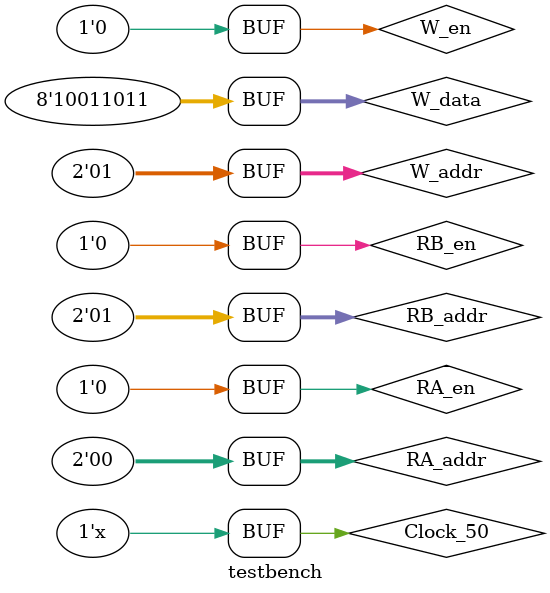
<source format=v>
`timescale 1ps / 1ps

module testbench ( );

	wire [7:0] RA_data;
	wire [7:0] RB_data;
	reg Clock_50;
	reg W_en;
	reg RA_en;
	reg RB_en;
	reg [1:0] W_addr;
	reg [1:0] RA_addr;
	reg [1:0] RB_addr;
	reg [7:0] W_data;
	

	register4x8 dut (.Clock_50(Clock_50), .W_en(W_en), .RA_en(RA_en), .RB_en(RB_en), .W_addr(W_addr), .W_data(W_data), .RA_addr(RA_addr), .RA_data(RA_data), .RB_addr(RB_addr), .RB_data(RB_data));

	initial begin
		
		Clock_50 <= 1'b0;
	end
	
	always 
		#10 Clock_50 = !Clock_50;
	
	
	initial begin
		W_en <= 0; 
		RA_en <= 0; 
		RB_en <= 0; 
		W_addr <= 0; 
		RA_addr <= 0; 
		RB_addr <= 0; 
		W_data <= 0;
		
		
		
		//reg 0
		#20 W_data <= 8'hab; 
		#20 W_en <= 1; 
		#20 W_en <= 0;
		RA_en <= 1; 

		#20 RA_en <= 0;
		
		//reg 1
		#20 W_data <= 8'hef; 
		W_addr <= 1; 
		RA_addr <= 1; 
		#20 W_en <= 1; 
		#20 W_en <= 0; 
		RA_en <= 1; 
		RB_en <= 1;
		
		#20 RA_en <= 0; 
		RB_en <= 0;
		
		//reg 2
		#20 W_data <= 8'h7c; 
		W_addr <= 2; 
		RB_addr <= 2;
		#20 W_en <= 1;
		#20 W_en <= 0; 
		RA_en <= 1; 
		RB_en <= 1;
		
		#20 RA_en <= 0; 
		RB_en <= 0;
		
		//reg 3
		#20 W_data <= 8'ha8; 
		W_addr <= 3; 
		RA_addr <= 3; 
		#20 W_en <= 1;
		#20 W_en <= 0; 
		RA_en <= 1; 
		RB_en <= 1;
		
		#20 RA_en <= 0; 
		RB_en <= 0;
		
		
		//Address change
		#20 RA_en <= 1; 
		RB_en <= 1; 
		#20 RA_addr <= 0; 
		RB_addr <= 1; 
		
		
		//Write while read enabled
		#20 W_data <= 8'h9b; 
		W_addr <= 0;
		#20 W_en <= 1;
		
		//Change write address while write enabled
		#20 W_addr <= 1;
		
		#20 W_en <= 0; 
		#20 RA_en <= 0; 
		RB_en <= 0;
		
		
	end



endmodule

</source>
